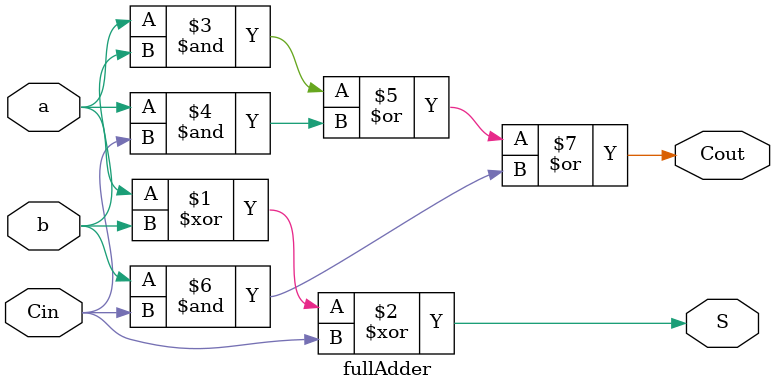
<source format=v>
module fullAdder(a, b, Cin, S, Cout);
	input a, b, Cin;
	output S, Cout;
		
	assign S = a ^ b ^ Cin; // exclusive OR
	assign Cout = (a & b) | (a & Cin) | (b & Cin);
endmodule

</source>
